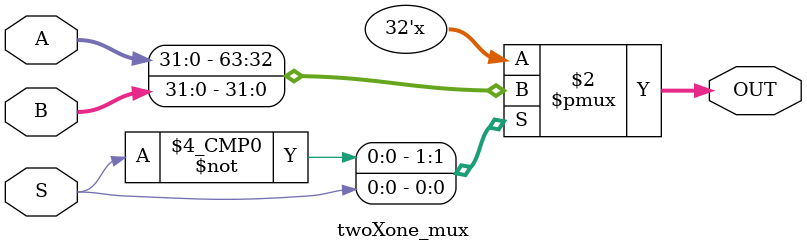
<source format=v>
`timescale 1ns / 1ps

//////////////////////////////////////////////////////////////////////////////////


module twoXone_mux (
    input [31:0]A, B,
    input S,
    output reg [31:0] OUT
);    
    always @(A or B or S) begin
        case(S)
        1'b0: OUT<=A;
        1'b1: OUT<=B;
        default: OUT<=A;
        endcase
        
    end
endmodule

</source>
